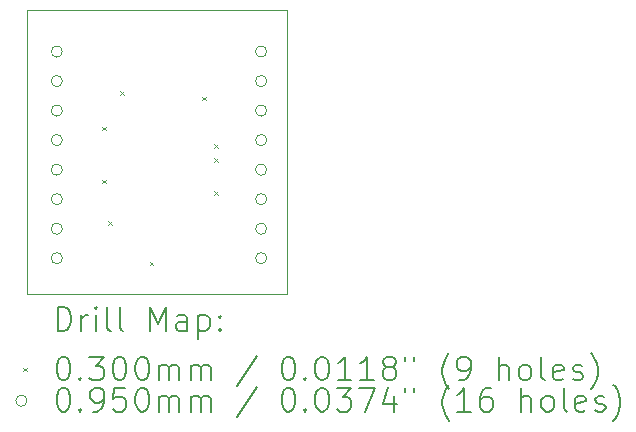
<source format=gbr>
%TF.GenerationSoftware,KiCad,Pcbnew,8.0.2-8.0.2-0~ubuntu22.04.1*%
%TF.CreationDate,2024-06-01T15:22:26+09:00*%
%TF.ProjectId,TB6612,54423636-3132-42e6-9b69-6361645f7063,rev?*%
%TF.SameCoordinates,Original*%
%TF.FileFunction,Drillmap*%
%TF.FilePolarity,Positive*%
%FSLAX45Y45*%
G04 Gerber Fmt 4.5, Leading zero omitted, Abs format (unit mm)*
G04 Created by KiCad (PCBNEW 8.0.2-8.0.2-0~ubuntu22.04.1) date 2024-06-01 15:22:26*
%MOMM*%
%LPD*%
G01*
G04 APERTURE LIST*
%ADD10C,0.050000*%
%ADD11C,0.200000*%
%ADD12C,0.100000*%
G04 APERTURE END LIST*
D10*
X13200000Y-8050000D02*
X15400000Y-8050000D01*
X15400000Y-10450000D01*
X13200000Y-10450000D01*
X13200000Y-8050000D01*
D11*
D12*
X13835000Y-9035000D02*
X13865000Y-9065000D01*
X13865000Y-9035000D02*
X13835000Y-9065000D01*
X13835000Y-9485000D02*
X13865000Y-9515000D01*
X13865000Y-9485000D02*
X13835000Y-9515000D01*
X13885000Y-9835000D02*
X13915000Y-9865000D01*
X13915000Y-9835000D02*
X13885000Y-9865000D01*
X13985000Y-8735000D02*
X14015000Y-8765000D01*
X14015000Y-8735000D02*
X13985000Y-8765000D01*
X14235000Y-10180000D02*
X14265000Y-10210000D01*
X14265000Y-10180000D02*
X14235000Y-10210000D01*
X14682573Y-8782574D02*
X14712573Y-8812574D01*
X14712573Y-8782574D02*
X14682573Y-8812574D01*
X14785000Y-9185000D02*
X14815000Y-9215000D01*
X14815000Y-9185000D02*
X14785000Y-9215000D01*
X14785000Y-9305500D02*
X14815000Y-9335500D01*
X14815000Y-9305500D02*
X14785000Y-9335500D01*
X14785000Y-9585000D02*
X14815000Y-9615000D01*
X14815000Y-9585000D02*
X14785000Y-9615000D01*
X13497500Y-8400000D02*
G75*
G02*
X13402500Y-8400000I-47500J0D01*
G01*
X13402500Y-8400000D02*
G75*
G02*
X13497500Y-8400000I47500J0D01*
G01*
X13497500Y-8650000D02*
G75*
G02*
X13402500Y-8650000I-47500J0D01*
G01*
X13402500Y-8650000D02*
G75*
G02*
X13497500Y-8650000I47500J0D01*
G01*
X13497500Y-8900000D02*
G75*
G02*
X13402500Y-8900000I-47500J0D01*
G01*
X13402500Y-8900000D02*
G75*
G02*
X13497500Y-8900000I47500J0D01*
G01*
X13497500Y-9150000D02*
G75*
G02*
X13402500Y-9150000I-47500J0D01*
G01*
X13402500Y-9150000D02*
G75*
G02*
X13497500Y-9150000I47500J0D01*
G01*
X13497500Y-9400000D02*
G75*
G02*
X13402500Y-9400000I-47500J0D01*
G01*
X13402500Y-9400000D02*
G75*
G02*
X13497500Y-9400000I47500J0D01*
G01*
X13497500Y-9650000D02*
G75*
G02*
X13402500Y-9650000I-47500J0D01*
G01*
X13402500Y-9650000D02*
G75*
G02*
X13497500Y-9650000I47500J0D01*
G01*
X13497500Y-9900000D02*
G75*
G02*
X13402500Y-9900000I-47500J0D01*
G01*
X13402500Y-9900000D02*
G75*
G02*
X13497500Y-9900000I47500J0D01*
G01*
X13497500Y-10150000D02*
G75*
G02*
X13402500Y-10150000I-47500J0D01*
G01*
X13402500Y-10150000D02*
G75*
G02*
X13497500Y-10150000I47500J0D01*
G01*
X15227500Y-8400000D02*
G75*
G02*
X15132500Y-8400000I-47500J0D01*
G01*
X15132500Y-8400000D02*
G75*
G02*
X15227500Y-8400000I47500J0D01*
G01*
X15227500Y-8650000D02*
G75*
G02*
X15132500Y-8650000I-47500J0D01*
G01*
X15132500Y-8650000D02*
G75*
G02*
X15227500Y-8650000I47500J0D01*
G01*
X15227500Y-8900000D02*
G75*
G02*
X15132500Y-8900000I-47500J0D01*
G01*
X15132500Y-8900000D02*
G75*
G02*
X15227500Y-8900000I47500J0D01*
G01*
X15227500Y-9150000D02*
G75*
G02*
X15132500Y-9150000I-47500J0D01*
G01*
X15132500Y-9150000D02*
G75*
G02*
X15227500Y-9150000I47500J0D01*
G01*
X15227500Y-9400000D02*
G75*
G02*
X15132500Y-9400000I-47500J0D01*
G01*
X15132500Y-9400000D02*
G75*
G02*
X15227500Y-9400000I47500J0D01*
G01*
X15227500Y-9650000D02*
G75*
G02*
X15132500Y-9650000I-47500J0D01*
G01*
X15132500Y-9650000D02*
G75*
G02*
X15227500Y-9650000I47500J0D01*
G01*
X15227500Y-9900000D02*
G75*
G02*
X15132500Y-9900000I-47500J0D01*
G01*
X15132500Y-9900000D02*
G75*
G02*
X15227500Y-9900000I47500J0D01*
G01*
X15227500Y-10150000D02*
G75*
G02*
X15132500Y-10150000I-47500J0D01*
G01*
X15132500Y-10150000D02*
G75*
G02*
X15227500Y-10150000I47500J0D01*
G01*
D11*
X13458277Y-10763984D02*
X13458277Y-10563984D01*
X13458277Y-10563984D02*
X13505896Y-10563984D01*
X13505896Y-10563984D02*
X13534467Y-10573508D01*
X13534467Y-10573508D02*
X13553515Y-10592555D01*
X13553515Y-10592555D02*
X13563039Y-10611603D01*
X13563039Y-10611603D02*
X13572562Y-10649698D01*
X13572562Y-10649698D02*
X13572562Y-10678270D01*
X13572562Y-10678270D02*
X13563039Y-10716365D01*
X13563039Y-10716365D02*
X13553515Y-10735412D01*
X13553515Y-10735412D02*
X13534467Y-10754460D01*
X13534467Y-10754460D02*
X13505896Y-10763984D01*
X13505896Y-10763984D02*
X13458277Y-10763984D01*
X13658277Y-10763984D02*
X13658277Y-10630650D01*
X13658277Y-10668746D02*
X13667801Y-10649698D01*
X13667801Y-10649698D02*
X13677324Y-10640174D01*
X13677324Y-10640174D02*
X13696372Y-10630650D01*
X13696372Y-10630650D02*
X13715420Y-10630650D01*
X13782086Y-10763984D02*
X13782086Y-10630650D01*
X13782086Y-10563984D02*
X13772562Y-10573508D01*
X13772562Y-10573508D02*
X13782086Y-10583031D01*
X13782086Y-10583031D02*
X13791610Y-10573508D01*
X13791610Y-10573508D02*
X13782086Y-10563984D01*
X13782086Y-10563984D02*
X13782086Y-10583031D01*
X13905896Y-10763984D02*
X13886848Y-10754460D01*
X13886848Y-10754460D02*
X13877324Y-10735412D01*
X13877324Y-10735412D02*
X13877324Y-10563984D01*
X14010658Y-10763984D02*
X13991610Y-10754460D01*
X13991610Y-10754460D02*
X13982086Y-10735412D01*
X13982086Y-10735412D02*
X13982086Y-10563984D01*
X14239229Y-10763984D02*
X14239229Y-10563984D01*
X14239229Y-10563984D02*
X14305896Y-10706841D01*
X14305896Y-10706841D02*
X14372562Y-10563984D01*
X14372562Y-10563984D02*
X14372562Y-10763984D01*
X14553515Y-10763984D02*
X14553515Y-10659222D01*
X14553515Y-10659222D02*
X14543991Y-10640174D01*
X14543991Y-10640174D02*
X14524943Y-10630650D01*
X14524943Y-10630650D02*
X14486848Y-10630650D01*
X14486848Y-10630650D02*
X14467801Y-10640174D01*
X14553515Y-10754460D02*
X14534467Y-10763984D01*
X14534467Y-10763984D02*
X14486848Y-10763984D01*
X14486848Y-10763984D02*
X14467801Y-10754460D01*
X14467801Y-10754460D02*
X14458277Y-10735412D01*
X14458277Y-10735412D02*
X14458277Y-10716365D01*
X14458277Y-10716365D02*
X14467801Y-10697317D01*
X14467801Y-10697317D02*
X14486848Y-10687793D01*
X14486848Y-10687793D02*
X14534467Y-10687793D01*
X14534467Y-10687793D02*
X14553515Y-10678270D01*
X14648753Y-10630650D02*
X14648753Y-10830650D01*
X14648753Y-10640174D02*
X14667801Y-10630650D01*
X14667801Y-10630650D02*
X14705896Y-10630650D01*
X14705896Y-10630650D02*
X14724943Y-10640174D01*
X14724943Y-10640174D02*
X14734467Y-10649698D01*
X14734467Y-10649698D02*
X14743991Y-10668746D01*
X14743991Y-10668746D02*
X14743991Y-10725889D01*
X14743991Y-10725889D02*
X14734467Y-10744936D01*
X14734467Y-10744936D02*
X14724943Y-10754460D01*
X14724943Y-10754460D02*
X14705896Y-10763984D01*
X14705896Y-10763984D02*
X14667801Y-10763984D01*
X14667801Y-10763984D02*
X14648753Y-10754460D01*
X14829705Y-10744936D02*
X14839229Y-10754460D01*
X14839229Y-10754460D02*
X14829705Y-10763984D01*
X14829705Y-10763984D02*
X14820182Y-10754460D01*
X14820182Y-10754460D02*
X14829705Y-10744936D01*
X14829705Y-10744936D02*
X14829705Y-10763984D01*
X14829705Y-10640174D02*
X14839229Y-10649698D01*
X14839229Y-10649698D02*
X14829705Y-10659222D01*
X14829705Y-10659222D02*
X14820182Y-10649698D01*
X14820182Y-10649698D02*
X14829705Y-10640174D01*
X14829705Y-10640174D02*
X14829705Y-10659222D01*
D12*
X13167500Y-11077500D02*
X13197500Y-11107500D01*
X13197500Y-11077500D02*
X13167500Y-11107500D01*
D11*
X13496372Y-10983984D02*
X13515420Y-10983984D01*
X13515420Y-10983984D02*
X13534467Y-10993508D01*
X13534467Y-10993508D02*
X13543991Y-11003031D01*
X13543991Y-11003031D02*
X13553515Y-11022079D01*
X13553515Y-11022079D02*
X13563039Y-11060174D01*
X13563039Y-11060174D02*
X13563039Y-11107793D01*
X13563039Y-11107793D02*
X13553515Y-11145889D01*
X13553515Y-11145889D02*
X13543991Y-11164936D01*
X13543991Y-11164936D02*
X13534467Y-11174460D01*
X13534467Y-11174460D02*
X13515420Y-11183984D01*
X13515420Y-11183984D02*
X13496372Y-11183984D01*
X13496372Y-11183984D02*
X13477324Y-11174460D01*
X13477324Y-11174460D02*
X13467801Y-11164936D01*
X13467801Y-11164936D02*
X13458277Y-11145889D01*
X13458277Y-11145889D02*
X13448753Y-11107793D01*
X13448753Y-11107793D02*
X13448753Y-11060174D01*
X13448753Y-11060174D02*
X13458277Y-11022079D01*
X13458277Y-11022079D02*
X13467801Y-11003031D01*
X13467801Y-11003031D02*
X13477324Y-10993508D01*
X13477324Y-10993508D02*
X13496372Y-10983984D01*
X13648753Y-11164936D02*
X13658277Y-11174460D01*
X13658277Y-11174460D02*
X13648753Y-11183984D01*
X13648753Y-11183984D02*
X13639229Y-11174460D01*
X13639229Y-11174460D02*
X13648753Y-11164936D01*
X13648753Y-11164936D02*
X13648753Y-11183984D01*
X13724943Y-10983984D02*
X13848753Y-10983984D01*
X13848753Y-10983984D02*
X13782086Y-11060174D01*
X13782086Y-11060174D02*
X13810658Y-11060174D01*
X13810658Y-11060174D02*
X13829705Y-11069698D01*
X13829705Y-11069698D02*
X13839229Y-11079222D01*
X13839229Y-11079222D02*
X13848753Y-11098270D01*
X13848753Y-11098270D02*
X13848753Y-11145889D01*
X13848753Y-11145889D02*
X13839229Y-11164936D01*
X13839229Y-11164936D02*
X13829705Y-11174460D01*
X13829705Y-11174460D02*
X13810658Y-11183984D01*
X13810658Y-11183984D02*
X13753515Y-11183984D01*
X13753515Y-11183984D02*
X13734467Y-11174460D01*
X13734467Y-11174460D02*
X13724943Y-11164936D01*
X13972562Y-10983984D02*
X13991610Y-10983984D01*
X13991610Y-10983984D02*
X14010658Y-10993508D01*
X14010658Y-10993508D02*
X14020182Y-11003031D01*
X14020182Y-11003031D02*
X14029705Y-11022079D01*
X14029705Y-11022079D02*
X14039229Y-11060174D01*
X14039229Y-11060174D02*
X14039229Y-11107793D01*
X14039229Y-11107793D02*
X14029705Y-11145889D01*
X14029705Y-11145889D02*
X14020182Y-11164936D01*
X14020182Y-11164936D02*
X14010658Y-11174460D01*
X14010658Y-11174460D02*
X13991610Y-11183984D01*
X13991610Y-11183984D02*
X13972562Y-11183984D01*
X13972562Y-11183984D02*
X13953515Y-11174460D01*
X13953515Y-11174460D02*
X13943991Y-11164936D01*
X13943991Y-11164936D02*
X13934467Y-11145889D01*
X13934467Y-11145889D02*
X13924943Y-11107793D01*
X13924943Y-11107793D02*
X13924943Y-11060174D01*
X13924943Y-11060174D02*
X13934467Y-11022079D01*
X13934467Y-11022079D02*
X13943991Y-11003031D01*
X13943991Y-11003031D02*
X13953515Y-10993508D01*
X13953515Y-10993508D02*
X13972562Y-10983984D01*
X14163039Y-10983984D02*
X14182086Y-10983984D01*
X14182086Y-10983984D02*
X14201134Y-10993508D01*
X14201134Y-10993508D02*
X14210658Y-11003031D01*
X14210658Y-11003031D02*
X14220182Y-11022079D01*
X14220182Y-11022079D02*
X14229705Y-11060174D01*
X14229705Y-11060174D02*
X14229705Y-11107793D01*
X14229705Y-11107793D02*
X14220182Y-11145889D01*
X14220182Y-11145889D02*
X14210658Y-11164936D01*
X14210658Y-11164936D02*
X14201134Y-11174460D01*
X14201134Y-11174460D02*
X14182086Y-11183984D01*
X14182086Y-11183984D02*
X14163039Y-11183984D01*
X14163039Y-11183984D02*
X14143991Y-11174460D01*
X14143991Y-11174460D02*
X14134467Y-11164936D01*
X14134467Y-11164936D02*
X14124943Y-11145889D01*
X14124943Y-11145889D02*
X14115420Y-11107793D01*
X14115420Y-11107793D02*
X14115420Y-11060174D01*
X14115420Y-11060174D02*
X14124943Y-11022079D01*
X14124943Y-11022079D02*
X14134467Y-11003031D01*
X14134467Y-11003031D02*
X14143991Y-10993508D01*
X14143991Y-10993508D02*
X14163039Y-10983984D01*
X14315420Y-11183984D02*
X14315420Y-11050650D01*
X14315420Y-11069698D02*
X14324943Y-11060174D01*
X14324943Y-11060174D02*
X14343991Y-11050650D01*
X14343991Y-11050650D02*
X14372563Y-11050650D01*
X14372563Y-11050650D02*
X14391610Y-11060174D01*
X14391610Y-11060174D02*
X14401134Y-11079222D01*
X14401134Y-11079222D02*
X14401134Y-11183984D01*
X14401134Y-11079222D02*
X14410658Y-11060174D01*
X14410658Y-11060174D02*
X14429705Y-11050650D01*
X14429705Y-11050650D02*
X14458277Y-11050650D01*
X14458277Y-11050650D02*
X14477324Y-11060174D01*
X14477324Y-11060174D02*
X14486848Y-11079222D01*
X14486848Y-11079222D02*
X14486848Y-11183984D01*
X14582086Y-11183984D02*
X14582086Y-11050650D01*
X14582086Y-11069698D02*
X14591610Y-11060174D01*
X14591610Y-11060174D02*
X14610658Y-11050650D01*
X14610658Y-11050650D02*
X14639229Y-11050650D01*
X14639229Y-11050650D02*
X14658277Y-11060174D01*
X14658277Y-11060174D02*
X14667801Y-11079222D01*
X14667801Y-11079222D02*
X14667801Y-11183984D01*
X14667801Y-11079222D02*
X14677324Y-11060174D01*
X14677324Y-11060174D02*
X14696372Y-11050650D01*
X14696372Y-11050650D02*
X14724943Y-11050650D01*
X14724943Y-11050650D02*
X14743991Y-11060174D01*
X14743991Y-11060174D02*
X14753515Y-11079222D01*
X14753515Y-11079222D02*
X14753515Y-11183984D01*
X15143991Y-10974460D02*
X14972563Y-11231603D01*
X15401134Y-10983984D02*
X15420182Y-10983984D01*
X15420182Y-10983984D02*
X15439229Y-10993508D01*
X15439229Y-10993508D02*
X15448753Y-11003031D01*
X15448753Y-11003031D02*
X15458277Y-11022079D01*
X15458277Y-11022079D02*
X15467801Y-11060174D01*
X15467801Y-11060174D02*
X15467801Y-11107793D01*
X15467801Y-11107793D02*
X15458277Y-11145889D01*
X15458277Y-11145889D02*
X15448753Y-11164936D01*
X15448753Y-11164936D02*
X15439229Y-11174460D01*
X15439229Y-11174460D02*
X15420182Y-11183984D01*
X15420182Y-11183984D02*
X15401134Y-11183984D01*
X15401134Y-11183984D02*
X15382086Y-11174460D01*
X15382086Y-11174460D02*
X15372563Y-11164936D01*
X15372563Y-11164936D02*
X15363039Y-11145889D01*
X15363039Y-11145889D02*
X15353515Y-11107793D01*
X15353515Y-11107793D02*
X15353515Y-11060174D01*
X15353515Y-11060174D02*
X15363039Y-11022079D01*
X15363039Y-11022079D02*
X15372563Y-11003031D01*
X15372563Y-11003031D02*
X15382086Y-10993508D01*
X15382086Y-10993508D02*
X15401134Y-10983984D01*
X15553515Y-11164936D02*
X15563039Y-11174460D01*
X15563039Y-11174460D02*
X15553515Y-11183984D01*
X15553515Y-11183984D02*
X15543991Y-11174460D01*
X15543991Y-11174460D02*
X15553515Y-11164936D01*
X15553515Y-11164936D02*
X15553515Y-11183984D01*
X15686848Y-10983984D02*
X15705896Y-10983984D01*
X15705896Y-10983984D02*
X15724944Y-10993508D01*
X15724944Y-10993508D02*
X15734467Y-11003031D01*
X15734467Y-11003031D02*
X15743991Y-11022079D01*
X15743991Y-11022079D02*
X15753515Y-11060174D01*
X15753515Y-11060174D02*
X15753515Y-11107793D01*
X15753515Y-11107793D02*
X15743991Y-11145889D01*
X15743991Y-11145889D02*
X15734467Y-11164936D01*
X15734467Y-11164936D02*
X15724944Y-11174460D01*
X15724944Y-11174460D02*
X15705896Y-11183984D01*
X15705896Y-11183984D02*
X15686848Y-11183984D01*
X15686848Y-11183984D02*
X15667801Y-11174460D01*
X15667801Y-11174460D02*
X15658277Y-11164936D01*
X15658277Y-11164936D02*
X15648753Y-11145889D01*
X15648753Y-11145889D02*
X15639229Y-11107793D01*
X15639229Y-11107793D02*
X15639229Y-11060174D01*
X15639229Y-11060174D02*
X15648753Y-11022079D01*
X15648753Y-11022079D02*
X15658277Y-11003031D01*
X15658277Y-11003031D02*
X15667801Y-10993508D01*
X15667801Y-10993508D02*
X15686848Y-10983984D01*
X15943991Y-11183984D02*
X15829706Y-11183984D01*
X15886848Y-11183984D02*
X15886848Y-10983984D01*
X15886848Y-10983984D02*
X15867801Y-11012555D01*
X15867801Y-11012555D02*
X15848753Y-11031603D01*
X15848753Y-11031603D02*
X15829706Y-11041127D01*
X16134467Y-11183984D02*
X16020182Y-11183984D01*
X16077325Y-11183984D02*
X16077325Y-10983984D01*
X16077325Y-10983984D02*
X16058277Y-11012555D01*
X16058277Y-11012555D02*
X16039229Y-11031603D01*
X16039229Y-11031603D02*
X16020182Y-11041127D01*
X16248753Y-11069698D02*
X16229706Y-11060174D01*
X16229706Y-11060174D02*
X16220182Y-11050650D01*
X16220182Y-11050650D02*
X16210658Y-11031603D01*
X16210658Y-11031603D02*
X16210658Y-11022079D01*
X16210658Y-11022079D02*
X16220182Y-11003031D01*
X16220182Y-11003031D02*
X16229706Y-10993508D01*
X16229706Y-10993508D02*
X16248753Y-10983984D01*
X16248753Y-10983984D02*
X16286848Y-10983984D01*
X16286848Y-10983984D02*
X16305896Y-10993508D01*
X16305896Y-10993508D02*
X16315420Y-11003031D01*
X16315420Y-11003031D02*
X16324944Y-11022079D01*
X16324944Y-11022079D02*
X16324944Y-11031603D01*
X16324944Y-11031603D02*
X16315420Y-11050650D01*
X16315420Y-11050650D02*
X16305896Y-11060174D01*
X16305896Y-11060174D02*
X16286848Y-11069698D01*
X16286848Y-11069698D02*
X16248753Y-11069698D01*
X16248753Y-11069698D02*
X16229706Y-11079222D01*
X16229706Y-11079222D02*
X16220182Y-11088746D01*
X16220182Y-11088746D02*
X16210658Y-11107793D01*
X16210658Y-11107793D02*
X16210658Y-11145889D01*
X16210658Y-11145889D02*
X16220182Y-11164936D01*
X16220182Y-11164936D02*
X16229706Y-11174460D01*
X16229706Y-11174460D02*
X16248753Y-11183984D01*
X16248753Y-11183984D02*
X16286848Y-11183984D01*
X16286848Y-11183984D02*
X16305896Y-11174460D01*
X16305896Y-11174460D02*
X16315420Y-11164936D01*
X16315420Y-11164936D02*
X16324944Y-11145889D01*
X16324944Y-11145889D02*
X16324944Y-11107793D01*
X16324944Y-11107793D02*
X16315420Y-11088746D01*
X16315420Y-11088746D02*
X16305896Y-11079222D01*
X16305896Y-11079222D02*
X16286848Y-11069698D01*
X16401134Y-10983984D02*
X16401134Y-11022079D01*
X16477325Y-10983984D02*
X16477325Y-11022079D01*
X16772563Y-11260174D02*
X16763039Y-11250650D01*
X16763039Y-11250650D02*
X16743991Y-11222079D01*
X16743991Y-11222079D02*
X16734468Y-11203031D01*
X16734468Y-11203031D02*
X16724944Y-11174460D01*
X16724944Y-11174460D02*
X16715420Y-11126841D01*
X16715420Y-11126841D02*
X16715420Y-11088746D01*
X16715420Y-11088746D02*
X16724944Y-11041127D01*
X16724944Y-11041127D02*
X16734468Y-11012555D01*
X16734468Y-11012555D02*
X16743991Y-10993508D01*
X16743991Y-10993508D02*
X16763039Y-10964936D01*
X16763039Y-10964936D02*
X16772563Y-10955412D01*
X16858277Y-11183984D02*
X16896372Y-11183984D01*
X16896372Y-11183984D02*
X16915420Y-11174460D01*
X16915420Y-11174460D02*
X16924944Y-11164936D01*
X16924944Y-11164936D02*
X16943991Y-11136365D01*
X16943991Y-11136365D02*
X16953515Y-11098270D01*
X16953515Y-11098270D02*
X16953515Y-11022079D01*
X16953515Y-11022079D02*
X16943991Y-11003031D01*
X16943991Y-11003031D02*
X16934468Y-10993508D01*
X16934468Y-10993508D02*
X16915420Y-10983984D01*
X16915420Y-10983984D02*
X16877325Y-10983984D01*
X16877325Y-10983984D02*
X16858277Y-10993508D01*
X16858277Y-10993508D02*
X16848753Y-11003031D01*
X16848753Y-11003031D02*
X16839230Y-11022079D01*
X16839230Y-11022079D02*
X16839230Y-11069698D01*
X16839230Y-11069698D02*
X16848753Y-11088746D01*
X16848753Y-11088746D02*
X16858277Y-11098270D01*
X16858277Y-11098270D02*
X16877325Y-11107793D01*
X16877325Y-11107793D02*
X16915420Y-11107793D01*
X16915420Y-11107793D02*
X16934468Y-11098270D01*
X16934468Y-11098270D02*
X16943991Y-11088746D01*
X16943991Y-11088746D02*
X16953515Y-11069698D01*
X17191611Y-11183984D02*
X17191611Y-10983984D01*
X17277325Y-11183984D02*
X17277325Y-11079222D01*
X17277325Y-11079222D02*
X17267801Y-11060174D01*
X17267801Y-11060174D02*
X17248753Y-11050650D01*
X17248753Y-11050650D02*
X17220182Y-11050650D01*
X17220182Y-11050650D02*
X17201134Y-11060174D01*
X17201134Y-11060174D02*
X17191611Y-11069698D01*
X17401134Y-11183984D02*
X17382087Y-11174460D01*
X17382087Y-11174460D02*
X17372563Y-11164936D01*
X17372563Y-11164936D02*
X17363039Y-11145889D01*
X17363039Y-11145889D02*
X17363039Y-11088746D01*
X17363039Y-11088746D02*
X17372563Y-11069698D01*
X17372563Y-11069698D02*
X17382087Y-11060174D01*
X17382087Y-11060174D02*
X17401134Y-11050650D01*
X17401134Y-11050650D02*
X17429706Y-11050650D01*
X17429706Y-11050650D02*
X17448753Y-11060174D01*
X17448753Y-11060174D02*
X17458277Y-11069698D01*
X17458277Y-11069698D02*
X17467801Y-11088746D01*
X17467801Y-11088746D02*
X17467801Y-11145889D01*
X17467801Y-11145889D02*
X17458277Y-11164936D01*
X17458277Y-11164936D02*
X17448753Y-11174460D01*
X17448753Y-11174460D02*
X17429706Y-11183984D01*
X17429706Y-11183984D02*
X17401134Y-11183984D01*
X17582087Y-11183984D02*
X17563039Y-11174460D01*
X17563039Y-11174460D02*
X17553515Y-11155412D01*
X17553515Y-11155412D02*
X17553515Y-10983984D01*
X17734468Y-11174460D02*
X17715420Y-11183984D01*
X17715420Y-11183984D02*
X17677325Y-11183984D01*
X17677325Y-11183984D02*
X17658277Y-11174460D01*
X17658277Y-11174460D02*
X17648753Y-11155412D01*
X17648753Y-11155412D02*
X17648753Y-11079222D01*
X17648753Y-11079222D02*
X17658277Y-11060174D01*
X17658277Y-11060174D02*
X17677325Y-11050650D01*
X17677325Y-11050650D02*
X17715420Y-11050650D01*
X17715420Y-11050650D02*
X17734468Y-11060174D01*
X17734468Y-11060174D02*
X17743992Y-11079222D01*
X17743992Y-11079222D02*
X17743992Y-11098270D01*
X17743992Y-11098270D02*
X17648753Y-11117317D01*
X17820182Y-11174460D02*
X17839230Y-11183984D01*
X17839230Y-11183984D02*
X17877325Y-11183984D01*
X17877325Y-11183984D02*
X17896373Y-11174460D01*
X17896373Y-11174460D02*
X17905896Y-11155412D01*
X17905896Y-11155412D02*
X17905896Y-11145889D01*
X17905896Y-11145889D02*
X17896373Y-11126841D01*
X17896373Y-11126841D02*
X17877325Y-11117317D01*
X17877325Y-11117317D02*
X17848753Y-11117317D01*
X17848753Y-11117317D02*
X17829706Y-11107793D01*
X17829706Y-11107793D02*
X17820182Y-11088746D01*
X17820182Y-11088746D02*
X17820182Y-11079222D01*
X17820182Y-11079222D02*
X17829706Y-11060174D01*
X17829706Y-11060174D02*
X17848753Y-11050650D01*
X17848753Y-11050650D02*
X17877325Y-11050650D01*
X17877325Y-11050650D02*
X17896373Y-11060174D01*
X17972563Y-11260174D02*
X17982087Y-11250650D01*
X17982087Y-11250650D02*
X18001134Y-11222079D01*
X18001134Y-11222079D02*
X18010658Y-11203031D01*
X18010658Y-11203031D02*
X18020182Y-11174460D01*
X18020182Y-11174460D02*
X18029706Y-11126841D01*
X18029706Y-11126841D02*
X18029706Y-11088746D01*
X18029706Y-11088746D02*
X18020182Y-11041127D01*
X18020182Y-11041127D02*
X18010658Y-11012555D01*
X18010658Y-11012555D02*
X18001134Y-10993508D01*
X18001134Y-10993508D02*
X17982087Y-10964936D01*
X17982087Y-10964936D02*
X17972563Y-10955412D01*
D12*
X13197500Y-11356500D02*
G75*
G02*
X13102500Y-11356500I-47500J0D01*
G01*
X13102500Y-11356500D02*
G75*
G02*
X13197500Y-11356500I47500J0D01*
G01*
D11*
X13496372Y-11247984D02*
X13515420Y-11247984D01*
X13515420Y-11247984D02*
X13534467Y-11257508D01*
X13534467Y-11257508D02*
X13543991Y-11267031D01*
X13543991Y-11267031D02*
X13553515Y-11286079D01*
X13553515Y-11286079D02*
X13563039Y-11324174D01*
X13563039Y-11324174D02*
X13563039Y-11371793D01*
X13563039Y-11371793D02*
X13553515Y-11409888D01*
X13553515Y-11409888D02*
X13543991Y-11428936D01*
X13543991Y-11428936D02*
X13534467Y-11438460D01*
X13534467Y-11438460D02*
X13515420Y-11447984D01*
X13515420Y-11447984D02*
X13496372Y-11447984D01*
X13496372Y-11447984D02*
X13477324Y-11438460D01*
X13477324Y-11438460D02*
X13467801Y-11428936D01*
X13467801Y-11428936D02*
X13458277Y-11409888D01*
X13458277Y-11409888D02*
X13448753Y-11371793D01*
X13448753Y-11371793D02*
X13448753Y-11324174D01*
X13448753Y-11324174D02*
X13458277Y-11286079D01*
X13458277Y-11286079D02*
X13467801Y-11267031D01*
X13467801Y-11267031D02*
X13477324Y-11257508D01*
X13477324Y-11257508D02*
X13496372Y-11247984D01*
X13648753Y-11428936D02*
X13658277Y-11438460D01*
X13658277Y-11438460D02*
X13648753Y-11447984D01*
X13648753Y-11447984D02*
X13639229Y-11438460D01*
X13639229Y-11438460D02*
X13648753Y-11428936D01*
X13648753Y-11428936D02*
X13648753Y-11447984D01*
X13753515Y-11447984D02*
X13791610Y-11447984D01*
X13791610Y-11447984D02*
X13810658Y-11438460D01*
X13810658Y-11438460D02*
X13820182Y-11428936D01*
X13820182Y-11428936D02*
X13839229Y-11400365D01*
X13839229Y-11400365D02*
X13848753Y-11362269D01*
X13848753Y-11362269D02*
X13848753Y-11286079D01*
X13848753Y-11286079D02*
X13839229Y-11267031D01*
X13839229Y-11267031D02*
X13829705Y-11257508D01*
X13829705Y-11257508D02*
X13810658Y-11247984D01*
X13810658Y-11247984D02*
X13772562Y-11247984D01*
X13772562Y-11247984D02*
X13753515Y-11257508D01*
X13753515Y-11257508D02*
X13743991Y-11267031D01*
X13743991Y-11267031D02*
X13734467Y-11286079D01*
X13734467Y-11286079D02*
X13734467Y-11333698D01*
X13734467Y-11333698D02*
X13743991Y-11352746D01*
X13743991Y-11352746D02*
X13753515Y-11362269D01*
X13753515Y-11362269D02*
X13772562Y-11371793D01*
X13772562Y-11371793D02*
X13810658Y-11371793D01*
X13810658Y-11371793D02*
X13829705Y-11362269D01*
X13829705Y-11362269D02*
X13839229Y-11352746D01*
X13839229Y-11352746D02*
X13848753Y-11333698D01*
X14029705Y-11247984D02*
X13934467Y-11247984D01*
X13934467Y-11247984D02*
X13924943Y-11343222D01*
X13924943Y-11343222D02*
X13934467Y-11333698D01*
X13934467Y-11333698D02*
X13953515Y-11324174D01*
X13953515Y-11324174D02*
X14001134Y-11324174D01*
X14001134Y-11324174D02*
X14020182Y-11333698D01*
X14020182Y-11333698D02*
X14029705Y-11343222D01*
X14029705Y-11343222D02*
X14039229Y-11362269D01*
X14039229Y-11362269D02*
X14039229Y-11409888D01*
X14039229Y-11409888D02*
X14029705Y-11428936D01*
X14029705Y-11428936D02*
X14020182Y-11438460D01*
X14020182Y-11438460D02*
X14001134Y-11447984D01*
X14001134Y-11447984D02*
X13953515Y-11447984D01*
X13953515Y-11447984D02*
X13934467Y-11438460D01*
X13934467Y-11438460D02*
X13924943Y-11428936D01*
X14163039Y-11247984D02*
X14182086Y-11247984D01*
X14182086Y-11247984D02*
X14201134Y-11257508D01*
X14201134Y-11257508D02*
X14210658Y-11267031D01*
X14210658Y-11267031D02*
X14220182Y-11286079D01*
X14220182Y-11286079D02*
X14229705Y-11324174D01*
X14229705Y-11324174D02*
X14229705Y-11371793D01*
X14229705Y-11371793D02*
X14220182Y-11409888D01*
X14220182Y-11409888D02*
X14210658Y-11428936D01*
X14210658Y-11428936D02*
X14201134Y-11438460D01*
X14201134Y-11438460D02*
X14182086Y-11447984D01*
X14182086Y-11447984D02*
X14163039Y-11447984D01*
X14163039Y-11447984D02*
X14143991Y-11438460D01*
X14143991Y-11438460D02*
X14134467Y-11428936D01*
X14134467Y-11428936D02*
X14124943Y-11409888D01*
X14124943Y-11409888D02*
X14115420Y-11371793D01*
X14115420Y-11371793D02*
X14115420Y-11324174D01*
X14115420Y-11324174D02*
X14124943Y-11286079D01*
X14124943Y-11286079D02*
X14134467Y-11267031D01*
X14134467Y-11267031D02*
X14143991Y-11257508D01*
X14143991Y-11257508D02*
X14163039Y-11247984D01*
X14315420Y-11447984D02*
X14315420Y-11314650D01*
X14315420Y-11333698D02*
X14324943Y-11324174D01*
X14324943Y-11324174D02*
X14343991Y-11314650D01*
X14343991Y-11314650D02*
X14372563Y-11314650D01*
X14372563Y-11314650D02*
X14391610Y-11324174D01*
X14391610Y-11324174D02*
X14401134Y-11343222D01*
X14401134Y-11343222D02*
X14401134Y-11447984D01*
X14401134Y-11343222D02*
X14410658Y-11324174D01*
X14410658Y-11324174D02*
X14429705Y-11314650D01*
X14429705Y-11314650D02*
X14458277Y-11314650D01*
X14458277Y-11314650D02*
X14477324Y-11324174D01*
X14477324Y-11324174D02*
X14486848Y-11343222D01*
X14486848Y-11343222D02*
X14486848Y-11447984D01*
X14582086Y-11447984D02*
X14582086Y-11314650D01*
X14582086Y-11333698D02*
X14591610Y-11324174D01*
X14591610Y-11324174D02*
X14610658Y-11314650D01*
X14610658Y-11314650D02*
X14639229Y-11314650D01*
X14639229Y-11314650D02*
X14658277Y-11324174D01*
X14658277Y-11324174D02*
X14667801Y-11343222D01*
X14667801Y-11343222D02*
X14667801Y-11447984D01*
X14667801Y-11343222D02*
X14677324Y-11324174D01*
X14677324Y-11324174D02*
X14696372Y-11314650D01*
X14696372Y-11314650D02*
X14724943Y-11314650D01*
X14724943Y-11314650D02*
X14743991Y-11324174D01*
X14743991Y-11324174D02*
X14753515Y-11343222D01*
X14753515Y-11343222D02*
X14753515Y-11447984D01*
X15143991Y-11238460D02*
X14972563Y-11495603D01*
X15401134Y-11247984D02*
X15420182Y-11247984D01*
X15420182Y-11247984D02*
X15439229Y-11257508D01*
X15439229Y-11257508D02*
X15448753Y-11267031D01*
X15448753Y-11267031D02*
X15458277Y-11286079D01*
X15458277Y-11286079D02*
X15467801Y-11324174D01*
X15467801Y-11324174D02*
X15467801Y-11371793D01*
X15467801Y-11371793D02*
X15458277Y-11409888D01*
X15458277Y-11409888D02*
X15448753Y-11428936D01*
X15448753Y-11428936D02*
X15439229Y-11438460D01*
X15439229Y-11438460D02*
X15420182Y-11447984D01*
X15420182Y-11447984D02*
X15401134Y-11447984D01*
X15401134Y-11447984D02*
X15382086Y-11438460D01*
X15382086Y-11438460D02*
X15372563Y-11428936D01*
X15372563Y-11428936D02*
X15363039Y-11409888D01*
X15363039Y-11409888D02*
X15353515Y-11371793D01*
X15353515Y-11371793D02*
X15353515Y-11324174D01*
X15353515Y-11324174D02*
X15363039Y-11286079D01*
X15363039Y-11286079D02*
X15372563Y-11267031D01*
X15372563Y-11267031D02*
X15382086Y-11257508D01*
X15382086Y-11257508D02*
X15401134Y-11247984D01*
X15553515Y-11428936D02*
X15563039Y-11438460D01*
X15563039Y-11438460D02*
X15553515Y-11447984D01*
X15553515Y-11447984D02*
X15543991Y-11438460D01*
X15543991Y-11438460D02*
X15553515Y-11428936D01*
X15553515Y-11428936D02*
X15553515Y-11447984D01*
X15686848Y-11247984D02*
X15705896Y-11247984D01*
X15705896Y-11247984D02*
X15724944Y-11257508D01*
X15724944Y-11257508D02*
X15734467Y-11267031D01*
X15734467Y-11267031D02*
X15743991Y-11286079D01*
X15743991Y-11286079D02*
X15753515Y-11324174D01*
X15753515Y-11324174D02*
X15753515Y-11371793D01*
X15753515Y-11371793D02*
X15743991Y-11409888D01*
X15743991Y-11409888D02*
X15734467Y-11428936D01*
X15734467Y-11428936D02*
X15724944Y-11438460D01*
X15724944Y-11438460D02*
X15705896Y-11447984D01*
X15705896Y-11447984D02*
X15686848Y-11447984D01*
X15686848Y-11447984D02*
X15667801Y-11438460D01*
X15667801Y-11438460D02*
X15658277Y-11428936D01*
X15658277Y-11428936D02*
X15648753Y-11409888D01*
X15648753Y-11409888D02*
X15639229Y-11371793D01*
X15639229Y-11371793D02*
X15639229Y-11324174D01*
X15639229Y-11324174D02*
X15648753Y-11286079D01*
X15648753Y-11286079D02*
X15658277Y-11267031D01*
X15658277Y-11267031D02*
X15667801Y-11257508D01*
X15667801Y-11257508D02*
X15686848Y-11247984D01*
X15820182Y-11247984D02*
X15943991Y-11247984D01*
X15943991Y-11247984D02*
X15877325Y-11324174D01*
X15877325Y-11324174D02*
X15905896Y-11324174D01*
X15905896Y-11324174D02*
X15924944Y-11333698D01*
X15924944Y-11333698D02*
X15934467Y-11343222D01*
X15934467Y-11343222D02*
X15943991Y-11362269D01*
X15943991Y-11362269D02*
X15943991Y-11409888D01*
X15943991Y-11409888D02*
X15934467Y-11428936D01*
X15934467Y-11428936D02*
X15924944Y-11438460D01*
X15924944Y-11438460D02*
X15905896Y-11447984D01*
X15905896Y-11447984D02*
X15848753Y-11447984D01*
X15848753Y-11447984D02*
X15829706Y-11438460D01*
X15829706Y-11438460D02*
X15820182Y-11428936D01*
X16010658Y-11247984D02*
X16143991Y-11247984D01*
X16143991Y-11247984D02*
X16058277Y-11447984D01*
X16305896Y-11314650D02*
X16305896Y-11447984D01*
X16258277Y-11238460D02*
X16210658Y-11381317D01*
X16210658Y-11381317D02*
X16334467Y-11381317D01*
X16401134Y-11247984D02*
X16401134Y-11286079D01*
X16477325Y-11247984D02*
X16477325Y-11286079D01*
X16772563Y-11524174D02*
X16763039Y-11514650D01*
X16763039Y-11514650D02*
X16743991Y-11486079D01*
X16743991Y-11486079D02*
X16734468Y-11467031D01*
X16734468Y-11467031D02*
X16724944Y-11438460D01*
X16724944Y-11438460D02*
X16715420Y-11390841D01*
X16715420Y-11390841D02*
X16715420Y-11352746D01*
X16715420Y-11352746D02*
X16724944Y-11305127D01*
X16724944Y-11305127D02*
X16734468Y-11276555D01*
X16734468Y-11276555D02*
X16743991Y-11257508D01*
X16743991Y-11257508D02*
X16763039Y-11228936D01*
X16763039Y-11228936D02*
X16772563Y-11219412D01*
X16953515Y-11447984D02*
X16839230Y-11447984D01*
X16896372Y-11447984D02*
X16896372Y-11247984D01*
X16896372Y-11247984D02*
X16877325Y-11276555D01*
X16877325Y-11276555D02*
X16858277Y-11295603D01*
X16858277Y-11295603D02*
X16839230Y-11305127D01*
X17124944Y-11247984D02*
X17086849Y-11247984D01*
X17086849Y-11247984D02*
X17067801Y-11257508D01*
X17067801Y-11257508D02*
X17058277Y-11267031D01*
X17058277Y-11267031D02*
X17039230Y-11295603D01*
X17039230Y-11295603D02*
X17029706Y-11333698D01*
X17029706Y-11333698D02*
X17029706Y-11409888D01*
X17029706Y-11409888D02*
X17039230Y-11428936D01*
X17039230Y-11428936D02*
X17048753Y-11438460D01*
X17048753Y-11438460D02*
X17067801Y-11447984D01*
X17067801Y-11447984D02*
X17105896Y-11447984D01*
X17105896Y-11447984D02*
X17124944Y-11438460D01*
X17124944Y-11438460D02*
X17134468Y-11428936D01*
X17134468Y-11428936D02*
X17143991Y-11409888D01*
X17143991Y-11409888D02*
X17143991Y-11362269D01*
X17143991Y-11362269D02*
X17134468Y-11343222D01*
X17134468Y-11343222D02*
X17124944Y-11333698D01*
X17124944Y-11333698D02*
X17105896Y-11324174D01*
X17105896Y-11324174D02*
X17067801Y-11324174D01*
X17067801Y-11324174D02*
X17048753Y-11333698D01*
X17048753Y-11333698D02*
X17039230Y-11343222D01*
X17039230Y-11343222D02*
X17029706Y-11362269D01*
X17382087Y-11447984D02*
X17382087Y-11247984D01*
X17467801Y-11447984D02*
X17467801Y-11343222D01*
X17467801Y-11343222D02*
X17458277Y-11324174D01*
X17458277Y-11324174D02*
X17439230Y-11314650D01*
X17439230Y-11314650D02*
X17410658Y-11314650D01*
X17410658Y-11314650D02*
X17391611Y-11324174D01*
X17391611Y-11324174D02*
X17382087Y-11333698D01*
X17591611Y-11447984D02*
X17572563Y-11438460D01*
X17572563Y-11438460D02*
X17563039Y-11428936D01*
X17563039Y-11428936D02*
X17553515Y-11409888D01*
X17553515Y-11409888D02*
X17553515Y-11352746D01*
X17553515Y-11352746D02*
X17563039Y-11333698D01*
X17563039Y-11333698D02*
X17572563Y-11324174D01*
X17572563Y-11324174D02*
X17591611Y-11314650D01*
X17591611Y-11314650D02*
X17620182Y-11314650D01*
X17620182Y-11314650D02*
X17639230Y-11324174D01*
X17639230Y-11324174D02*
X17648753Y-11333698D01*
X17648753Y-11333698D02*
X17658277Y-11352746D01*
X17658277Y-11352746D02*
X17658277Y-11409888D01*
X17658277Y-11409888D02*
X17648753Y-11428936D01*
X17648753Y-11428936D02*
X17639230Y-11438460D01*
X17639230Y-11438460D02*
X17620182Y-11447984D01*
X17620182Y-11447984D02*
X17591611Y-11447984D01*
X17772563Y-11447984D02*
X17753515Y-11438460D01*
X17753515Y-11438460D02*
X17743992Y-11419412D01*
X17743992Y-11419412D02*
X17743992Y-11247984D01*
X17924944Y-11438460D02*
X17905896Y-11447984D01*
X17905896Y-11447984D02*
X17867801Y-11447984D01*
X17867801Y-11447984D02*
X17848753Y-11438460D01*
X17848753Y-11438460D02*
X17839230Y-11419412D01*
X17839230Y-11419412D02*
X17839230Y-11343222D01*
X17839230Y-11343222D02*
X17848753Y-11324174D01*
X17848753Y-11324174D02*
X17867801Y-11314650D01*
X17867801Y-11314650D02*
X17905896Y-11314650D01*
X17905896Y-11314650D02*
X17924944Y-11324174D01*
X17924944Y-11324174D02*
X17934468Y-11343222D01*
X17934468Y-11343222D02*
X17934468Y-11362269D01*
X17934468Y-11362269D02*
X17839230Y-11381317D01*
X18010658Y-11438460D02*
X18029706Y-11447984D01*
X18029706Y-11447984D02*
X18067801Y-11447984D01*
X18067801Y-11447984D02*
X18086849Y-11438460D01*
X18086849Y-11438460D02*
X18096373Y-11419412D01*
X18096373Y-11419412D02*
X18096373Y-11409888D01*
X18096373Y-11409888D02*
X18086849Y-11390841D01*
X18086849Y-11390841D02*
X18067801Y-11381317D01*
X18067801Y-11381317D02*
X18039230Y-11381317D01*
X18039230Y-11381317D02*
X18020182Y-11371793D01*
X18020182Y-11371793D02*
X18010658Y-11352746D01*
X18010658Y-11352746D02*
X18010658Y-11343222D01*
X18010658Y-11343222D02*
X18020182Y-11324174D01*
X18020182Y-11324174D02*
X18039230Y-11314650D01*
X18039230Y-11314650D02*
X18067801Y-11314650D01*
X18067801Y-11314650D02*
X18086849Y-11324174D01*
X18163039Y-11524174D02*
X18172563Y-11514650D01*
X18172563Y-11514650D02*
X18191611Y-11486079D01*
X18191611Y-11486079D02*
X18201134Y-11467031D01*
X18201134Y-11467031D02*
X18210658Y-11438460D01*
X18210658Y-11438460D02*
X18220182Y-11390841D01*
X18220182Y-11390841D02*
X18220182Y-11352746D01*
X18220182Y-11352746D02*
X18210658Y-11305127D01*
X18210658Y-11305127D02*
X18201134Y-11276555D01*
X18201134Y-11276555D02*
X18191611Y-11257508D01*
X18191611Y-11257508D02*
X18172563Y-11228936D01*
X18172563Y-11228936D02*
X18163039Y-11219412D01*
M02*

</source>
